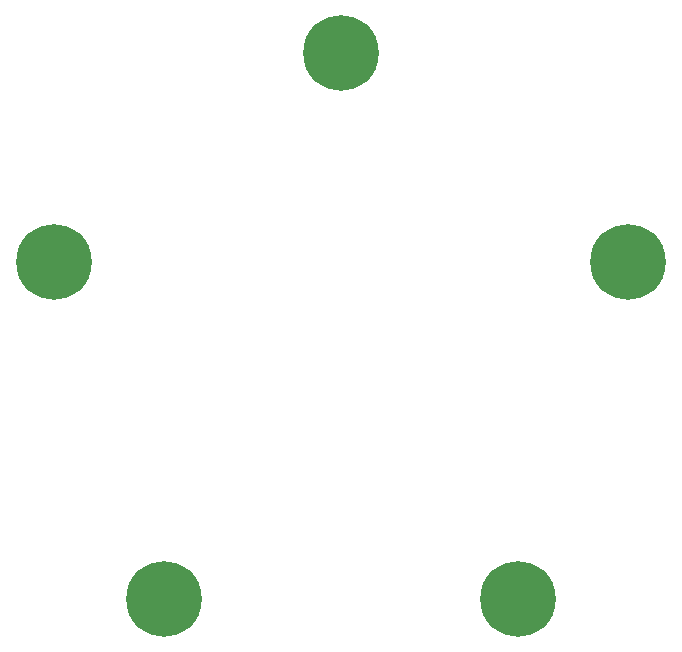
<source format=gbr>
%TF.GenerationSoftware,KiCad,Pcbnew,5.1.6-c6e7f7d~87~ubuntu18.04.1*%
%TF.CreationDate,2020-07-29T15:29:24-07:00*%
%TF.ProjectId,mountingplate,6d6f756e-7469-46e6-9770-6c6174652e6b,rev?*%
%TF.SameCoordinates,Original*%
%TF.FileFunction,Copper,L1,Top*%
%TF.FilePolarity,Positive*%
%FSLAX46Y46*%
G04 Gerber Fmt 4.6, Leading zero omitted, Abs format (unit mm)*
G04 Created by KiCad (PCBNEW 5.1.6-c6e7f7d~87~ubuntu18.04.1) date 2020-07-29 15:29:24*
%MOMM*%
%LPD*%
G01*
G04 APERTURE LIST*
%TA.AperFunction,ComponentPad*%
%ADD10C,6.400000*%
%TD*%
%TA.AperFunction,ComponentPad*%
%ADD11C,0.800000*%
%TD*%
G04 APERTURE END LIST*
D10*
%TO.P,M1,1*%
%TO.N,N/C*%
X100840000Y-90048000D03*
D11*
X102781641Y-91458685D03*
X101215443Y-92418452D03*
X99429315Y-91989641D03*
X98469548Y-90423443D03*
X98898359Y-88637315D03*
X100464557Y-87677548D03*
X102250685Y-88106359D03*
X103210452Y-89672557D03*
%TD*%
%TO.P,M2,1*%
%TO.N,N/C*%
X131215443Y-87677548D03*
X129429315Y-88106359D03*
X128469548Y-89672557D03*
X128898359Y-91458685D03*
X130464557Y-92418452D03*
X132250685Y-91989641D03*
X133210452Y-90423443D03*
X132781641Y-88637315D03*
D10*
X130840000Y-90048000D03*
%TD*%
D11*
%TO.P,M3,1*%
%TO.N,N/C*%
X117537056Y-42150944D03*
X115840000Y-41448000D03*
X114142944Y-42150944D03*
X113440000Y-43848000D03*
X114142944Y-45545056D03*
X115840000Y-46248000D03*
X117537056Y-45545056D03*
X118240000Y-43848000D03*
D10*
X115840000Y-43848000D03*
%TD*%
D11*
%TO.P,M5,1*%
%TO.N,N/C*%
X138001585Y-60458423D03*
X137857464Y-62289641D03*
X139050423Y-63686415D03*
X140881641Y-63830536D03*
X142278415Y-62637577D03*
X142422536Y-60806359D03*
X141229577Y-59409585D03*
X139398359Y-59265464D03*
D10*
X140140000Y-61548000D03*
%TD*%
%TO.P,M4,1*%
%TO.N,N/C*%
X91540000Y-61548000D03*
D11*
X90798359Y-63830536D03*
X89401585Y-62637577D03*
X89257464Y-60806359D03*
X90450423Y-59409585D03*
X92281641Y-59265464D03*
X93678415Y-60458423D03*
X93822536Y-62289641D03*
X92629577Y-63686415D03*
%TD*%
M02*

</source>
